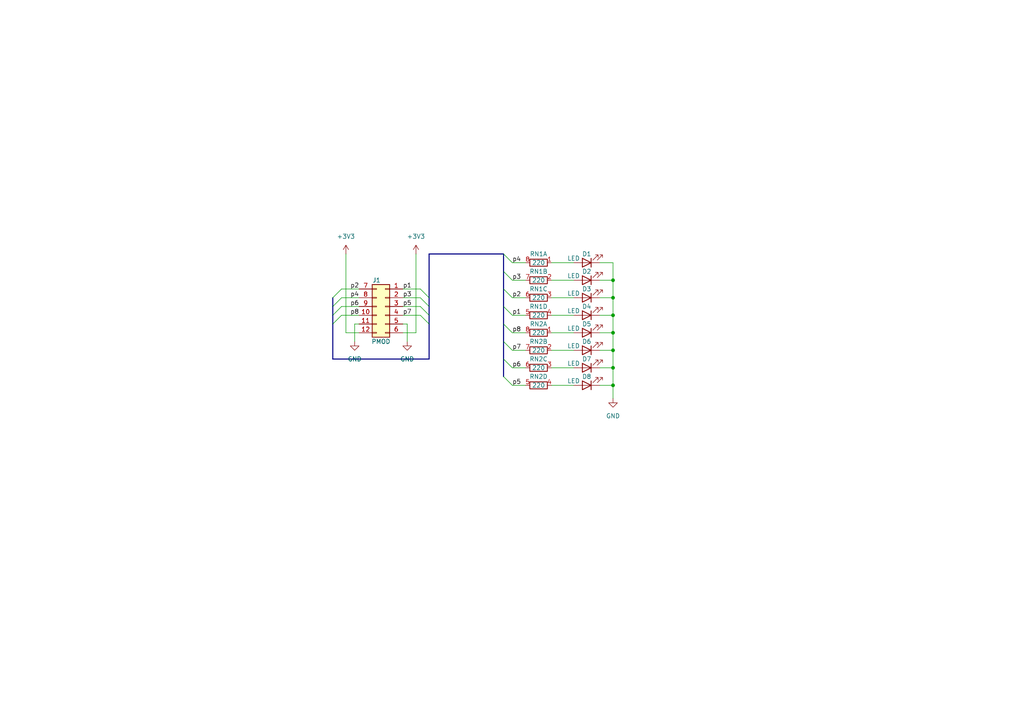
<source format=kicad_sch>
(kicad_sch (version 20211123) (generator eeschema)
  (paper "A4")
  (title_block (title "PMOD LED Array 8") (date "2022-04-19") (rev "1.0"))
  (lib_symbols
    (symbol "Device:LED" (pin_numbers hide) (pin_names (offset 1.016) hide)
      (property "Reference" "D" (at 0 2.54 0))
      (property "Value" "LED" (at 0 -2.54 0))
      (symbol "LED_0_1"
        (polyline (pts (xy -1.27 -1.27) (xy -1.27 1.27)) (stroke (width 0.254)))
        (polyline (pts (xy -1.27 0) (xy 1.27 0)))
        (polyline (pts (xy 1.27 -1.27) (xy 1.27 1.27) (xy -1.27 0) (xy 1.27 -1.27)) (stroke (width 0.254)))
        (polyline (pts (xy -3.048 -0.762) (xy -4.572 -2.286) (xy -3.81 -2.286) (xy -4.572 -2.286) (xy -4.572 -1.524)))
        (polyline (pts (xy -1.778 -0.762) (xy -3.302 -2.286) (xy -2.54 -2.286) (xy -3.302 -2.286) (xy -3.302 -1.524)))
      )
      (symbol "LED_1_1"
        (pin passive line (at -3.81 0 0) (length 2.54) (name "K") (number "1"))
        (pin passive line (at 3.81 0 180) (length 2.54) (name "A") (number "2"))
      )
    )
    (symbol "Device:R_Pack04_Split" (pin_names (offset 0) hide)
      (property "Reference" "RN" (at 2.032 0 90))
      (property "Value" "R_Pack04_Split" (at 0 0 90))
      (symbol "R_Pack04_Split_0_1"
        (rectangle (start 1.016 2.54) (end -1.016 -2.54) (stroke (width 0.254)))
      )
      (symbol "R_Pack04_Split_1_1"
        (pin passive line (at 0 -3.81 90) (length 1.27) (name "R1.1") (number "1"))
        (pin passive line (at 0 3.81 270) (length 1.27) (name "R1.2") (number "8"))
      )
      (symbol "R_Pack04_Split_2_1"
        (pin passive line (at 0 -3.81 90) (length 1.27) (name "R2.1") (number "2"))
        (pin passive line (at 0 3.81 270) (length 1.27) (name "R2.2") (number "7"))
      )
      (symbol "R_Pack04_Split_3_1"
        (pin passive line (at 0 -3.81 90) (length 1.27) (name "R3.1") (number "3"))
        (pin passive line (at 0 3.81 270) (length 1.27) (name "R3.2") (number "6"))
      )
      (symbol "R_Pack04_Split_4_1"
        (pin passive line (at 0 -3.81 90) (length 1.27) (name "R4.1") (number "4"))
        (pin passive line (at 0 3.81 270) (length 1.27) (name "R4.2") (number "5"))
      )
    )
    (symbol "Pmod_02x06_Top_Bottom_1" (pin_names (offset 1.016) hide)
      (property "Reference" "J1" (at 0 7.62 0))
      (property "Value" "Pmod_02x06_Top_Bottom_1" (at 1.27 -10.16 0))
      (symbol "Pmod_02x06_Top_Bottom_1_1_1"
        (rectangle (start -1.27 -7.493) (end 0 -7.747) (stroke (width 0.1524)))
        (rectangle (start -1.27 -4.953) (end 0 -5.207) (stroke (width 0.1524)))
        (rectangle (start -1.27 -2.413) (end 0 -2.667) (stroke (width 0.1524)))
        (rectangle (start -1.27 0.127) (end 0 -0.127) (stroke (width 0.1524)))
        (rectangle (start -1.27 2.667) (end 0 2.413) (stroke (width 0.1524)))
        (rectangle (start -1.27 5.207) (end 0 4.953) (stroke (width 0.1524)))
        (rectangle (start -1.27 6.35) (end 3.81 -8.89) (stroke (width 0.254)) (fill (type background)))
        (rectangle (start 3.81 -7.493) (end 2.54 -7.747) (stroke (width 0.1524)))
        (rectangle (start 3.81 -4.953) (end 2.54 -5.207) (stroke (width 0.1524)))
        (rectangle (start 3.81 -2.413) (end 2.54 -2.667) (stroke (width 0.1524)))
        (rectangle (start 3.81 0.127) (end 2.54 -0.127) (stroke (width 0.1524)))
        (rectangle (start 3.81 2.667) (end 2.54 2.413) (stroke (width 0.1524)))
        (rectangle (start 3.81 5.207) (end 2.54 4.953) (stroke (width 0.1524)))
        (pin passive line (at -5.08 5.08 0) (length 3.81) (name "Pin_1") (number "1"))
        (pin passive line (at 7.62 -2.54 180) (length 3.81) (name "Pin_10") (number "10"))
        (pin passive line (at 7.62 -5.08 180) (length 3.81) (name "GND") (number "11"))
        (pin passive line (at 7.62 -7.62 180) (length 3.81) (name "3.3V") (number "12"))
        (pin passive line (at -5.08 2.54 0) (length 3.81) (name "Pin_2") (number "2"))
        (pin passive line (at -5.08 0 0) (length 3.81) (name "Pin_3") (number "3"))
        (pin passive line (at -5.08 -2.54 0) (length 3.81) (name "Pin_4") (number "4"))
        (pin passive line (at -5.08 -5.08 0) (length 3.81) (name "GND") (number "5"))
        (pin passive line (at -5.08 -7.62 0) (length 3.81) (name "3.3V") (number "6"))
        (pin passive line (at 7.62 5.08 180) (length 3.81) (name "Pin_7") (number "7"))
        (pin passive line (at 7.62 2.54 180) (length 3.81) (name "Pin_8") (number "8"))
        (pin passive line (at 7.62 0 180) (length 3.81) (name "Pin_9") (number "9"))
      )
    )
    (symbol "power:+3V3" (power) (pin_names (offset 0))
      (property "Value" "+3V3" (at 0 3.556 0))
      (symbol "+3V3_0_1"
        (polyline (pts (xy -0.762 1.27) (xy 0 2.54)))
        (polyline (pts (xy 0 0) (xy 0 2.54)))
        (polyline (pts (xy 0 2.54) (xy 0.762 1.27)))
      )
      (symbol "+3V3_1_1"
        (pin power_in line (at 0 0 90) (length 0) hide (name "+3V3") (number "1"))
      )
    )
    (symbol "power:GND" (power) (pin_names (offset 0))
      (property "Value" "GND" (at 0 -3.81 0))
      (symbol "GND_0_1"
        (polyline (pts (xy 0 0) (xy 0 -1.27) (xy 1.27 -1.27) (xy 0 -2.54) (xy -1.27 -1.27) (xy 0 -1.27)))
      )
      (symbol "GND_1_1"
        (pin power_in line (at 0 0 270) (length 0) hide (name "GND") (number "1"))
      )
    )
  )
  (junction (at 177.8 91.44))
  (junction (at 177.8 81.28))
  (junction (at 177.8 101.6))
  (junction (at 177.8 106.68))
  (junction (at 177.8 96.52))
  (junction (at 177.8 86.36))
  (junction (at 177.8 111.76))
  (bus_entry (at 146.05 88.9) (size 2.54 2.54))
  (bus_entry (at 146.05 83.82) (size 2.54 2.54))
  (bus_entry (at 121.92 88.9) (size 2.54 2.54))
  (bus_entry (at 96.52 88.9) (size 2.54 -2.54))
  (bus_entry (at 146.05 93.98) (size 2.54 2.54))
  (bus_entry (at 121.92 86.36) (size 2.54 2.54))
  (bus_entry (at 96.52 91.44) (size 2.54 -2.54))
  (bus_entry (at 146.05 73.66) (size 2.54 2.54))
  (bus_entry (at 146.05 78.74) (size 2.54 2.54))
  (bus_entry (at 146.05 104.14) (size 2.54 2.54))
  (bus_entry (at 146.05 109.22) (size 2.54 2.54))
  (bus_entry (at 146.05 99.06) (size 2.54 2.54))
  (bus_entry (at 96.52 86.36) (size 2.54 -2.54))
  (bus_entry (at 121.92 91.44) (size 2.54 2.54))
  (bus_entry (at 121.92 83.82) (size 2.54 2.54))
  (bus_entry (at 96.52 93.98) (size 2.54 -2.54))
  (bus (pts (xy 124.46 73.66) (xy 146.05 73.66)))
  (wire (pts (xy 160.02 91.44) (xy 166.37 91.44)))
  (wire (pts (xy 116.84 91.44) (xy 121.92 91.44)))
  (wire (pts (xy 120.65 73.66) (xy 120.65 96.52)))
  (wire (pts (xy 173.99 76.2) (xy 177.8 76.2)))
  (wire (pts (xy 148.59 106.68) (xy 152.4 106.68)))
  (bus (pts (xy 146.05 93.98) (xy 146.05 99.06)))
  (bus (pts (xy 96.52 93.98) (xy 96.52 104.14)))
  (wire (pts (xy 160.02 76.2) (xy 166.37 76.2)))
  (wire (pts (xy 100.33 96.52) (xy 104.14 96.52)))
  (wire (pts (xy 99.06 86.36) (xy 104.14 86.36)))
  (wire (pts (xy 177.8 76.2) (xy 177.8 81.28)))
  (wire (pts (xy 177.8 106.68) (xy 177.8 111.76)))
  (bus (pts (xy 96.52 104.14) (xy 124.46 104.14)))
  (wire (pts (xy 102.87 93.98) (xy 102.87 99.06)))
  (bus (pts (xy 96.52 88.9) (xy 96.52 91.44)))
  (wire (pts (xy 148.59 111.76) (xy 152.4 111.76)))
  (wire (pts (xy 148.59 96.52) (xy 152.4 96.52)))
  (bus (pts (xy 146.05 83.82) (xy 146.05 88.9)))
  (bus (pts (xy 146.05 78.74) (xy 146.05 83.82)))
  (wire (pts (xy 102.87 93.98) (xy 104.14 93.98)))
  (wire (pts (xy 160.02 81.28) (xy 166.37 81.28)))
  (wire (pts (xy 148.59 91.44) (xy 152.4 91.44)))
  (wire (pts (xy 100.33 73.66) (xy 100.33 96.52)))
  (wire (pts (xy 177.8 81.28) (xy 177.8 86.36)))
  (wire (pts (xy 177.8 96.52) (xy 177.8 101.6)))
  (wire (pts (xy 160.02 96.52) (xy 166.37 96.52)))
  (wire (pts (xy 116.84 93.98) (xy 118.11 93.98)))
  (wire (pts (xy 173.99 81.28) (xy 177.8 81.28)))
  (wire (pts (xy 173.99 96.52) (xy 177.8 96.52)))
  (bus (pts (xy 96.52 86.36) (xy 96.52 88.9)))
  (wire (pts (xy 116.84 96.52) (xy 120.65 96.52)))
  (wire (pts (xy 177.8 86.36) (xy 177.8 91.44)))
  (bus (pts (xy 124.46 91.44) (xy 124.46 93.98)))
  (wire (pts (xy 160.02 101.6) (xy 166.37 101.6)))
  (bus (pts (xy 124.46 88.9) (xy 124.46 91.44)))
  (wire (pts (xy 173.99 91.44) (xy 177.8 91.44)))
  (wire (pts (xy 173.99 106.68) (xy 177.8 106.68)))
  (wire (pts (xy 148.59 101.6) (xy 152.4 101.6)))
  (bus (pts (xy 124.46 93.98) (xy 124.46 104.14)))
  (bus (pts (xy 146.05 99.06) (xy 146.05 104.14)))
  (wire (pts (xy 118.11 93.98) (xy 118.11 99.06)))
  (bus (pts (xy 146.05 73.66) (xy 146.05 78.74)))
  (wire (pts (xy 160.02 111.76) (xy 166.37 111.76)))
  (bus (pts (xy 124.46 73.66) (xy 124.46 86.36)))
  (bus (pts (xy 146.05 88.9) (xy 146.05 93.98)))
  (wire (pts (xy 177.8 101.6) (xy 177.8 106.68)))
  (bus (pts (xy 124.46 86.36) (xy 124.46 88.9)))
  (wire (pts (xy 177.8 111.76) (xy 177.8 115.57)))
  (wire (pts (xy 148.59 81.28) (xy 152.4 81.28)))
  (wire (pts (xy 116.84 83.82) (xy 121.92 83.82)))
  (wire (pts (xy 173.99 101.6) (xy 177.8 101.6)))
  (wire (pts (xy 173.99 111.76) (xy 177.8 111.76)))
  (bus (pts (xy 146.05 104.14) (xy 146.05 109.22)))
  (wire (pts (xy 148.59 76.2) (xy 152.4 76.2)))
  (wire (pts (xy 160.02 86.36) (xy 166.37 86.36)))
  (wire (pts (xy 99.06 88.9) (xy 104.14 88.9)))
  (wire (pts (xy 116.84 88.9) (xy 121.92 88.9)))
  (wire (pts (xy 177.8 91.44) (xy 177.8 96.52)))
  (wire (pts (xy 173.99 86.36) (xy 177.8 86.36)))
  (wire (pts (xy 99.06 83.82) (xy 104.14 83.82)))
  (wire (pts (xy 160.02 106.68) (xy 166.37 106.68)))
  (wire (pts (xy 116.84 86.36) (xy 121.92 86.36)))
  (wire (pts (xy 99.06 91.44) (xy 104.14 91.44)))
  (wire (pts (xy 148.59 86.36) (xy 152.4 86.36)))
  (bus (pts (xy 96.52 91.44) (xy 96.52 93.98)))
  (label "p3" (at 116.84 86.36 0))
  (label "p6" (at 148.59 106.68 0))
  (label "p4" (at 148.59 76.2 0))
  (label "p5" (at 116.84 88.9 0))
  (label "p2" (at 148.59 86.36 0))
  (label "p5" (at 148.59 111.76 0))
  (label "p7" (at 148.59 101.6 0))
  (label "p2" (at 101.6 83.82 0))
  (label "p7" (at 116.84 91.44 0))
  (label "p4" (at 101.6 86.36 0))
  (label "p8" (at 148.59 96.52 0))
  (label "p1" (at 116.84 83.82 0))
  (label "p8" (at 101.6 91.44 0))
  (label "p6" (at 101.6 88.9 0))
  (label "p3" (at 148.59 81.28 0))
  (label "p1" (at 148.59 91.44 0))
  (symbol (lib_id "Device:R_Pack04_Split") (at 156.21 81.28 90) (unit 2)
    (property "Reference" "RN1" (at 156.21 78.74 90))
    (property "Value" "220" (at 156.21 81.28 90))
    (property "Footprint" "Mod:R_Array_Concave_4x0603" (effects hide))
  )
  (symbol (lib_id "power:GND") (at 118.11 99.06 0) (unit 1)
    (property "Reference" "#PWR03" (effects hide))
    (property "Value" "GND" (at 118.11 104.14 0))
  )
  (symbol (lib_id "Device:R_Pack04_Split") (at 156.21 91.44 90) (unit 4)
    (property "Reference" "RN1" (at 156.21 88.9 90))
    (property "Value" "220" (at 156.21 91.44 90))
    (property "Footprint" "Mod:R_Array_Concave_4x0603" (effects hide))
  )
  (symbol (lib_id "Device:LED") (at 170.18 111.76 180) (unit 1)
    (property "Reference" "D8" (at 170.18 109.22 0))
    (property "Value" "LED" (at 166.37 110.49 0))
    (property "Footprint" "LED_SMD:LED_0603_1608Metric_Pad1.05x0.95mm_HandSolder" (effects hide))
  )
  (symbol (lib_id "Device:R_Pack04_Split") (at 156.21 101.6 90) (unit 2)
    (property "Reference" "RN2" (at 156.21 99.06 90))
    (property "Value" "220" (at 156.21 101.6 90))
    (property "Footprint" "Mod:R_Array_Concave_4x0603" (effects hide))
  )
  (symbol (lib_id "Device:R_Pack04_Split") (at 156.21 106.68 90) (unit 3)
    (property "Reference" "RN2" (at 156.21 104.14 90))
    (property "Value" "220" (at 156.21 106.68 90))
    (property "Footprint" "Mod:R_Array_Concave_4x0603" (effects hide))
  )
  (symbol (lib_id "Device:LED") (at 170.18 86.36 180) (unit 1)
    (property "Reference" "D3" (at 170.18 83.82 0))
    (property "Value" "LED" (at 166.37 85.09 0))
    (property "Footprint" "LED_SMD:LED_0603_1608Metric_Pad1.05x0.95mm_HandSolder" (effects hide))
  )
  (symbol (lib_id "Device:LED") (at 170.18 91.44 180) (unit 1)
    (property "Reference" "D4" (at 170.18 88.9 0))
    (property "Value" "LED" (at 166.37 90.17 0))
    (property "Footprint" "LED_SMD:LED_0603_1608Metric_Pad1.05x0.95mm_HandSolder" (effects hide))
  )
  (symbol (lib_id "Device:R_Pack04_Split") (at 156.21 76.2 90) (unit 1)
    (property "Reference" "RN1" (at 156.21 73.66 90))
    (property "Value" "220" (at 156.21 76.2 90))
    (property "Footprint" "Mod:R_Array_Concave_4x0603" (effects hide))
  )
  (symbol (lib_id "Device:R_Pack04_Split") (at 156.21 111.76 90) (unit 4)
    (property "Reference" "RN2" (at 156.21 109.22 90))
    (property "Value" "220" (at 156.21 111.76 90))
    (property "Footprint" "Mod:R_Array_Concave_4x0603" (effects hide))
  )
  (symbol (lib_id "Device:R_Pack04_Split") (at 156.21 86.36 90) (unit 3)
    (property "Reference" "RN1" (at 156.21 83.82 90))
    (property "Value" "220" (at 156.21 86.36 90))
    (property "Footprint" "Mod:R_Array_Concave_4x0603" (effects hide))
  )
  (symbol (lib_id "Device:LED") (at 170.18 81.28 180) (unit 1)
    (property "Reference" "D2" (at 170.18 78.74 0))
    (property "Value" "LED" (at 166.37 80.01 0))
    (property "Footprint" "LED_SMD:LED_0603_1608Metric_Pad1.05x0.95mm_HandSolder" (effects hide))
  )
  (symbol (lib_id "power:+3V3") (at 120.65 73.66 0) (unit 1)
    (property "Reference" "#PWR04" (effects hide))
    (property "Value" "+3V3" (at 120.65 68.58 0))
  )
  (symbol (lib_name "Pmod_02x06_Top_Bottom_1") (lib_id "Pmod:Pmod_02x06_Top_Bottom") (at 111.76 88.9 0) (mirror y) (unit 1)
    (property "Reference" "J1" (at 109.22 81.28 0))
    (property "Value" "PMOD" (at 110.49 99.06 0))
    (property "Footprint" "Pmod:Pmod_Header_2x06_P2.54mm_Horizontal" (effects hide))
  )
  (symbol (lib_id "power:+3V3") (at 100.33 73.66 0) (unit 1)
    (property "Reference" "#PWR01" (effects hide))
    (property "Value" "+3V3" (at 100.33 68.58 0))
  )
  (symbol (lib_id "Device:LED") (at 170.18 76.2 180) (unit 1)
    (property "Reference" "D1" (at 170.18 73.66 0))
    (property "Value" "LED" (at 166.37 74.93 0))
    (property "Footprint" "LED_SMD:LED_0603_1608Metric_Pad1.05x0.95mm_HandSolder" (effects hide))
  )
  (symbol (lib_id "Device:LED") (at 170.18 106.68 180) (unit 1)
    (property "Reference" "D7" (at 170.18 104.14 0))
    (property "Value" "LED" (at 166.37 105.41 0))
    (property "Footprint" "LED_SMD:LED_0603_1608Metric_Pad1.05x0.95mm_HandSolder" (effects hide))
  )
  (symbol (lib_id "power:GND") (at 177.8 115.57 0) (unit 1)
    (property "Reference" "#PWR05" (effects hide))
    (property "Value" "GND" (at 177.8 120.65 0))
  )
  (symbol (lib_id "Device:LED") (at 170.18 96.52 180) (unit 1)
    (property "Reference" "D5" (at 170.18 93.98 0))
    (property "Value" "LED" (at 166.37 95.25 0))
    (property "Footprint" "LED_SMD:LED_0603_1608Metric_Pad1.05x0.95mm_HandSolder" (effects hide))
  )
  (symbol (lib_id "Device:LED") (at 170.18 101.6 180) (unit 1)
    (property "Reference" "D6" (at 170.18 99.06 0))
    (property "Value" "LED" (at 166.37 100.33 0))
    (property "Footprint" "LED_SMD:LED_0603_1608Metric_Pad1.05x0.95mm_HandSolder" (effects hide))
  )
  (symbol (lib_id "power:GND") (at 102.87 99.06 0) (unit 1)
    (property "Reference" "#PWR02" (effects hide))
    (property "Value" "GND" (at 102.87 104.14 0))
  )
  (symbol (lib_id "Device:R_Pack04_Split") (at 156.21 96.52 90) (unit 1)
    (property "Reference" "RN2" (at 156.21 93.98 90))
    (property "Value" "220" (at 156.21 96.52 90))
    (property "Footprint" "Mod:R_Array_Concave_4x0603" (effects hide))
  )
)
</source>
